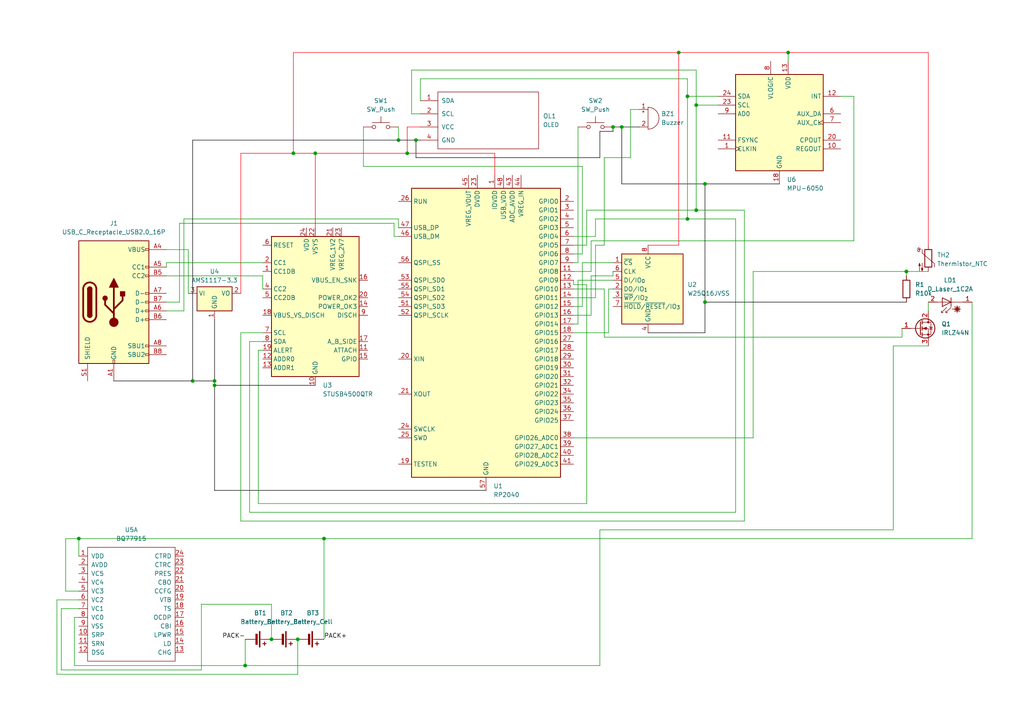
<source format=kicad_sch>
(kicad_sch (version 20250114) (generator "eeschema") (generator_version "9.0")
  (paper "A4")
  (lib_symbols
    (symbol "Connector:USB_C_Receptacle_USB2.0_16P" (pin_names (offset 1.016))
      (property "Reference" "J" (at 0 22.225 0))
      (property "Value" "USB_C_Receptacle_USB2.0_16P" (at 0 19.685 0))
      (symbol "USB_C_Receptacle_USB2.0_16P_1_1"
        (pin passive line (at -7.62 -22.86 90) (length 5.08) (name "SHIELD") (number "S1"))
        (pin passive line (at 0 -22.86 90) (length 5.08) (name "GND") (number "A1"))
        (pin passive line (at 0 -22.86 90) (length 5.08) (hide yes) (name "GND") (number "A12"))
        (pin passive line (at 0 -22.86 90) (length 5.08) (hide yes) (name "GND") (number "B1"))
        (pin passive line (at 0 -22.86 90) (length 5.08) (hide yes) (name "GND") (number "B12"))
        (pin passive line (at 15.24 15.24 180) (length 5.08) (name "VBUS") (number "A4"))
        (pin passive line (at 15.24 15.24 180) (length 5.08) (hide yes) (name "VBUS") (number "A9"))
        (pin passive line (at 15.24 15.24 180) (length 5.08) (hide yes) (name "VBUS") (number "B4"))
        (pin passive line (at 15.24 15.24 180) (length 5.08) (hide yes) (name "VBUS") (number "B9"))
        (pin bidirectional line (at 15.24 10.16 180) (length 5.08) (name "CC1") (number "A5"))
        (pin bidirectional line (at 15.24 7.62 180) (length 5.08) (name "CC2") (number "B5"))
        (pin bidirectional line (at 15.24 2.54 180) (length 5.08) (name "D-") (number "A7"))
        (pin bidirectional line (at 15.24 0 180) (length 5.08) (name "D-") (number "B7"))
        (pin bidirectional line (at 15.24 -2.54 180) (length 5.08) (name "D+") (number "A6"))
        (pin bidirectional line (at 15.24 -5.08 180) (length 5.08) (name "D+") (number "B6"))
        (pin bidirectional line (at 15.24 -12.7 180) (length 5.08) (name "SBU1") (number "A8"))
        (pin bidirectional line (at 15.24 -15.24 180) (length 5.08) (name "SBU2") (number "B8"))
      )
    )
    (symbol "Device:Battery_Cell" (pin_numbers (hide yes)) (pin_names (offset 0) (hide yes))
      (property "Reference" "BT" (at 2.54 2.54 0))
      (property "Value" "Battery_Cell" (at 2.54 0 0))
      (symbol "Battery_Cell_1_1"
        (pin passive line (at 0 5.08 270) (length 2.54) (name "+") (number "1"))
        (pin passive line (at 0 -2.54 90) (length 2.54) (name "-") (number "2"))
      )
    )
    (symbol "Device:Buzzer" (pin_names (offset 0.0254) (hide yes))
      (property "Reference" "BZ" (at 3.81 1.27 0))
      (property "Value" "Buzzer" (at 3.81 -1.27 0))
      (symbol "Buzzer_1_1"
        (pin passive line (at -2.54 2.54 0) (length 2.54) (name "+") (number "1"))
        (pin passive line (at -2.54 -2.54 0) (length 2.54) (name "-") (number "2"))
      )
    )
    (symbol "Device:D_Laser_1C2A" (pin_names (offset 1.016) (hide yes))
      (property "Reference" "LD" (at -1.27 4.445 0))
      (property "Value" "D_Laser_1C2A" (at -1.27 -2.54 0))
      (symbol "D_Laser_1C2A_1_1"
        (pin passive line (at -7.62 0 0) (length 2.54) (name "K") (number "1"))
        (pin passive line (at 5.08 0 180) (length 2.54) (name "A") (number "2"))
      )
    )
    (symbol "Device:R" (pin_numbers (hide yes)) (pin_names (offset 0))
      (property "Reference" "R" (at 2.032 0 90))
      (property "Value" "R" (at 0 0 90))
      (symbol "R_1_1"
        (pin passive line (at 0 3.81 270) (length 1.27) (name "~") (number "1"))
        (pin passive line (at 0 -3.81 90) (length 1.27) (name "~") (number "2"))
      )
    )
    (symbol "Device:Thermistor_NTC" (pin_numbers (hide yes)) (pin_names (offset 0))
      (property "Reference" "TH" (at -4.445 0 90))
      (property "Value" "Thermistor_NTC" (at 3.175 0 90))
      (symbol "Thermistor_NTC_1_1"
        (pin passive line (at 0 3.81 270) (length 1.27) (name "~") (number "1"))
        (pin passive line (at 0 -3.81 90) (length 1.27) (name "~") (number "2"))
      )
    )
    (symbol "Interface_USB:STUSB4500QTR"
      (property "Reference" "U" (at -12.7 21.59 0))
      (property "Value" "STUSB4500QTR" (at 8.89 -21.59 0))
      (symbol "STUSB4500QTR_1_1"
        (pin input line (at -15.24 17.78 0) (length 2.54) (name "RESET") (number "6"))
        (pin bidirectional line (at -15.24 12.7 0) (length 2.54) (name "CC1") (number "2"))
        (pin bidirectional line (at -15.24 10.16 0) (length 2.54) (name "CC1DB") (number "1"))
        (pin bidirectional line (at -15.24 5.08 0) (length 2.54) (name "CC2") (number "4"))
        (pin bidirectional line (at -15.24 2.54 0) (length 2.54) (name "CC2DB") (number "5"))
        (pin input line (at -15.24 -2.54 0) (length 2.54) (name "VBUS_VS_DISCH") (number "18"))
        (pin input line (at -15.24 -7.62 0) (length 2.54) (name "SCL") (number "7"))
        (pin bidirectional line (at -15.24 -10.16 0) (length 2.54) (name "SDA") (number "8"))
        (pin open_collector line (at -15.24 -12.7 0) (length 2.54) (name "ALERT") (number "19"))
        (pin input line (at -15.24 -15.24 0) (length 2.54) (name "ADDR0") (number "12"))
        (pin input line (at -15.24 -17.78 0) (length 2.54) (name "ADDR1") (number "13"))
        (pin no_connect line (at -12.7 15.24 0) (length 2.54) (hide yes) (name "NC") (number "3"))
        (pin power_in line (at -2.54 22.86 270) (length 2.54) (name "VDD") (number "24"))
        (pin power_in line (at 0 22.86 270) (length 2.54) (name "VSYS") (number "22"))
        (pin power_in line (at 0 -22.86 90) (length 2.54) (name "GND") (number "10"))
        (pin passive line (at 0 -22.86 90) (length 2.54) (hide yes) (name "GND") (number "25"))
        (pin power_out line (at 5.08 22.86 270) (length 2.54) (name "VREG_1V2") (number "21"))
        (pin power_out line (at 7.62 22.86 270) (length 2.54) (name "VREG_2V7") (number "23"))
        (pin open_collector line (at 15.24 7.62 180) (length 2.54) (name "VBUS_EN_SNK") (number "16"))
        (pin open_collector line (at 15.24 2.54 180) (length 2.54) (name "POWER_OK2") (number "20"))
        (pin open_collector line (at 15.24 0 180) (length 2.54) (name "POWER_OK3") (number "14"))
        (pin bidirectional line (at 15.24 -2.54 180) (length 2.54) (name "DISCH") (number "9"))
        (pin open_collector line (at 15.24 -10.16 180) (length 2.54) (name "A_B_SIDE") (number "17"))
        (pin open_collector line (at 15.24 -12.7 180) (length 2.54) (name "ATTACH") (number "11"))
        (pin open_collector line (at 15.24 -15.24 180) (length 2.54) (name "GPIO") (number "15"))
      )
    )
    (symbol "MCU_RaspberryPi:RP2040"
      (property "Reference" "U" (at 17.78 45.72 0))
      (property "Value" "RP2040" (at 17.78 43.18 0))
      (symbol "RP2040_1_1"
        (pin input line (at -25.4 38.1 0) (length 3.81) (name "RUN") (number "26"))
        (pin bidirectional line (at -25.4 30.48 0) (length 3.81) (name "USB_DP") (number "47"))
        (pin bidirectional line (at -25.4 27.94 0) (length 3.81) (name "USB_DM") (number "46"))
        (pin bidirectional line (at -25.4 20.32 0) (length 3.81) (name "QSPI_SS") (number "56"))
        (pin bidirectional line (at -25.4 15.24 0) (length 3.81) (name "QSPI_SD0") (number "53"))
        (pin bidirectional line (at -25.4 12.7 0) (length 3.81) (name "QSPI_SD1") (number "55"))
        (pin bidirectional line (at -25.4 10.16 0) (length 3.81) (name "QSPI_SD2") (number "54"))
        (pin bidirectional line (at -25.4 7.62 0) (length 3.81) (name "QSPI_SD3") (number "51"))
        (pin output line (at -25.4 5.08 0) (length 3.81) (name "QSPI_SCLK") (number "52"))
        (pin input line (at -25.4 -7.62 0) (length 3.81) (name "XIN") (number "20"))
        (pin passive line (at -25.4 -17.78 0) (length 3.81) (name "XOUT") (number "21"))
        (pin input line (at -25.4 -27.94 0) (length 3.81) (name "SWCLK") (number "24"))
        (pin bidirectional line (at -25.4 -30.48 0) (length 3.81) (name "SWD") (number "25"))
        (pin input line (at -25.4 -38.1 0) (length 3.81) (name "TESTEN") (number "19"))
        (pin power_out line (at -5.08 45.72 270) (length 3.81) (name "VREG_VOUT") (number "45"))
        (pin power_in line (at -2.54 45.72 270) (length 3.81) (name "DVDD") (number "23"))
        (pin passive line (at -2.54 45.72 270) (length 3.81) (hide yes) (name "DVDD") (number "50"))
        (pin power_in line (at 0 -45.72 90) (length 3.81) (name "GND") (number "57"))
        (pin power_in line (at 2.54 45.72 270) (length 3.81) (name "IOVDD") (number "1"))
        (pin passive line (at 2.54 45.72 270) (length 3.81) (hide yes) (name "IOVDD") (number "10"))
        (pin passive line (at 2.54 45.72 270) (length 3.81) (hide yes) (name "IOVDD") (number "22"))
        (pin passive line (at 2.54 45.72 270) (length 3.81) (hide yes) (name "IOVDD") (number "33"))
        (pin passive line (at 2.54 45.72 270) (length 3.81) (hide yes) (name "IOVDD") (number "42"))
        (pin passive line (at 2.54 45.72 270) (length 3.81) (hide yes) (name "IOVDD") (number "49"))
        (pin power_in line (at 5.08 45.72 270) (length 3.81) (name "USB_VDD") (number "48"))
        (pin power_in line (at 7.62 45.72 270) (length 3.81) (name "ADC_AVDD") (number "43"))
        (pin power_in line (at 10.16 45.72 270) (length 3.81) (name "VREG_IN") (number "44"))
        (pin bidirectional line (at 25.4 38.1 180) (length 3.81) (name "GPIO0") (number "2"))
        (pin bidirectional line (at 25.4 35.56 180) (length 3.81) (name "GPIO1") (number "3"))
        (pin bidirectional line (at 25.4 33.02 180) (length 3.81) (name "GPIO2") (number "4"))
        (pin bidirectional line (at 25.4 30.48 180) (length 3.81) (name "GPIO3") (number "5"))
        (pin bidirectional line (at 25.4 27.94 180) (length 3.81) (name "GPIO4") (number "6"))
        (pin bidirectional line (at 25.4 25.4 180) (length 3.81) (name "GPIO5") (number "7"))
        (pin bidirectional line (at 25.4 22.86 180) (length 3.81) (name "GPIO6") (number "8"))
        (pin bidirectional line (at 25.4 20.32 180) (length 3.81) (name "GPIO7") (number "9"))
        (pin bidirectional line (at 25.4 17.78 180) (length 3.81) (name "GPIO8") (number "11"))
        (pin bidirectional line (at 25.4 15.24 180) (length 3.81) (name "GPIO9") (number "12"))
        (pin bidirectional line (at 25.4 12.7 180) (length 3.81) (name "GPIO10") (number "13"))
        (pin bidirectional line (at 25.4 10.16 180) (length 3.81) (name "GPIO11") (number "14"))
        (pin bidirectional line (at 25.4 7.62 180) (length 3.81) (name "GPIO12") (number "15"))
        (pin bidirectional line (at 25.4 5.08 180) (length 3.81) (name "GPIO13") (number "16"))
        (pin bidirectional line (at 25.4 2.54 180) (length 3.81) (name "GPIO14") (number "17"))
        (pin bidirectional line (at 25.4 0 180) (length 3.81) (name "GPIO15") (number "18"))
        (pin bidirectional line (at 25.4 -2.54 180) (length 3.81) (name "GPIO16") (number "27"))
        (pin bidirectional line (at 25.4 -5.08 180) (length 3.81) (name "GPIO17") (number "28"))
        (pin bidirectional line (at 25.4 -7.62 180) (length 3.81) (name "GPIO18") (number "29"))
        (pin bidirectional line (at 25.4 -10.16 180) (length 3.81) (name "GPIO19") (number "30"))
        (pin bidirectional line (at 25.4 -12.7 180) (length 3.81) (name "GPIO20") (number "31"))
        (pin bidirectional line (at 25.4 -15.24 180) (length 3.81) (name "GPIO21") (number "32"))
        (pin bidirectional line (at 25.4 -17.78 180) (length 3.81) (name "GPIO22") (number "34"))
        (pin bidirectional line (at 25.4 -20.32 180) (length 3.81) (name "GPIO23") (number "35"))
        (pin bidirectional line (at 25.4 -22.86 180) (length 3.81) (name "GPIO24") (number "36"))
        (pin bidirectional line (at 25.4 -25.4 180) (length 3.81) (name "GPIO25") (number "37"))
        (pin bidirectional line (at 25.4 -30.48 180) (length 3.81) (name "GPIO26_ADC0") (number "38"))
        (pin bidirectional line (at 25.4 -33.02 180) (length 3.81) (name "GPIO27_ADC1") (number "39"))
        (pin bidirectional line (at 25.4 -35.56 180) (length 3.81) (name "GPIO28_ADC2") (number "40"))
        (pin bidirectional line (at 25.4 -38.1 180) (length 3.81) (name "GPIO29_ADC3") (number "41"))
      )
    )
    (symbol "Memory_Flash:W25Q16JVSS"
      (property "Reference" "U" (at -6.35 11.43 0))
      (property "Value" "W25Q16JVSS" (at 7.62 11.43 0))
      (symbol "W25Q16JVSS_1_1"
        (pin input line (at -10.16 7.62 0) (length 2.54) (name "~{CS}") (number "1"))
        (pin input line (at -10.16 5.08 0) (length 2.54) (name "CLK") (number "6"))
        (pin bidirectional line (at -10.16 2.54 0) (length 2.54) (name "DI/IO_{0}") (number "5"))
        (pin bidirectional line (at -10.16 0 0) (length 2.54) (name "DO/IO_{1}") (number "2"))
        (pin bidirectional line (at -10.16 -2.54 0) (length 2.54) (name "~{WP}/IO_{2}") (number "3"))
        (pin bidirectional line (at -10.16 -5.08 0) (length 2.54) (name "~{HOLD}/~{RESET}/IO_{3}") (number "7"))
        (pin power_in line (at 0 12.7 270) (length 2.54) (name "VCC") (number "8"))
        (pin power_in line (at 0 -12.7 90) (length 2.54) (name "GND") (number "4"))
      )
    )
    (symbol "Regulator_Linear:AMS1117-3.3"
      (property "Reference" "U" (at -3.81 3.175 0))
      (property "Value" "AMS1117-3.3" (at 0 3.175 0))
      (symbol "AMS1117-3.3_1_1"
        (pin power_in line (at -7.62 0 0) (length 2.54) (name "VI") (number "3"))
        (pin power_in line (at 0 -7.62 90) (length 2.54) (name "GND") (number "1"))
        (pin power_out line (at 7.62 0 180) (length 2.54) (name "VO") (number "2"))
      )
    )
    (symbol "Sensor_Motion:MPU-6050"
      (property "Reference" "U" (at -11.43 13.97 0))
      (property "Value" "MPU-6050" (at 7.62 -15.24 0))
      (symbol "MPU-6050_0_0"
        (text "" (at 12.7 -2.54 0) (effects (font (size 1.27 1.27))))
      )
      (symbol "MPU-6050_1_1"
        (pin bidirectional line (at -17.78 7.62 0) (length 5.08) (name "SDA") (number "24"))
        (pin input line (at -17.78 5.08 0) (length 5.08) (name "SCL") (number "23"))
        (pin input line (at -17.78 2.54 0) (length 5.08) (name "AD0") (number "9"))
        (pin input line (at -17.78 -5.08 0) (length 5.08) (name "FSYNC") (number "11"))
        (pin input clock (at -17.78 -7.62 0) (length 5.08) (name "CLKIN") (number "1"))
        (pin no_connect line (at -12.7 12.7 0) (length 2.54) (hide yes) (name "NC") (number "2"))
        (pin no_connect line (at -12.7 10.16 0) (length 2.54) (hide yes) (name "NC") (number "3"))
        (pin no_connect line (at -12.7 0 0) (length 2.54) (hide yes) (name "NC") (number "4"))
        (pin no_connect line (at -12.7 -2.54 0) (length 2.54) (hide yes) (name "NC") (number "5"))
        (pin no_connect line (at -12.7 -10.16 0) (length 2.54) (hide yes) (name "NC") (number "14"))
        (pin power_in line (at -2.54 17.78 270) (length 3.81) (name "VLOGIC") (number "8"))
        (pin power_in line (at 0 -17.78 90) (length 3.81) (name "GND") (number "18"))
        (pin power_in line (at 2.54 17.78 270) (length 3.81) (name "VDD") (number "13"))
        (pin no_connect line (at 12.7 12.7 180) (length 2.54) (hide yes) (name "NC") (number "15"))
        (pin no_connect line (at 12.7 10.16 180) (length 2.54) (hide yes) (name "NC") (number "16"))
        (pin no_connect line (at 12.7 5.08 180) (length 2.54) (hide yes) (name "NC") (number "17"))
        (pin no_connect line (at 12.7 -2.54 180) (length 2.54) (hide yes) (name "RESV") (number "21"))
        (pin no_connect line (at 12.7 -10.16 180) (length 2.54) (hide yes) (name "RESV") (number "19"))
        (pin no_connect line (at 12.7 -12.7 180) (length 2.54) (hide yes) (name "RESV") (number "22"))
        (pin output line (at 17.78 7.62 180) (length 5.08) (name "INT") (number "12"))
        (pin bidirectional line (at 17.78 2.54 180) (length 5.08) (name "AUX_DA") (number "6"))
        (pin output clock (at 17.78 0 180) (length 5.08) (name "AUX_CL") (number "7"))
        (pin passive line (at 17.78 -5.08 180) (length 5.08) (name "CPOUT") (number "20"))
        (pin passive line (at 17.78 -7.62 180) (length 5.08) (name "REGOUT") (number "10"))
      )
    )
    (symbol "Switch:SW_Push" (pin_numbers (hide yes)) (pin_names (offset 1.016) (hide yes))
      (property "Reference" "SW" (at 1.27 2.54 0))
      (property "Value" "SW_Push" (at 0 -1.524 0))
      (symbol "SW_Push_0_1"
        (pin passive line (at -5.08 0 0) (length 2.54) (name "1") (number "1"))
        (pin passive line (at 5.08 0 180) (length 2.54) (name "2") (number "2"))
      )
    )
    (symbol "Transistor_FET:IRLZ44N" (pin_names (hide yes))
      (property "Reference" "Q" (at 5.08 1.905 0))
      (property "Value" "IRLZ44N" (at 5.08 0 0))
      (symbol "IRLZ44N_1_1"
        (pin input line (at -5.08 0 0) (length 2.54) (name "G") (number "1"))
        (pin passive line (at 2.54 5.08 270) (length 2.54) (name "D") (number "2"))
        (pin passive line (at 2.54 -5.08 90) (length 2.54) (name "S") (number "3"))
      )
    )
    (symbol "bq77915:BQ77915" (pin_names (offset 1.016))
      (property "Reference" "U" (at 0 2.54 0))
      (property "Value" "BQ77915" (at 0 0 0))
      (symbol "BQ77915_0_0"
        (pin power_in line (at -15.24 13.97 0) (length 2.54) (name "VDD") (number "1"))
        (pin output line (at -15.24 11.43 0) (length 2.54) (name "AVDD") (number "2"))
        (pin input line (at -15.24 8.89 0) (length 2.54) (name "VC5") (number "3"))
        (pin input line (at -15.24 6.35 0) (length 2.54) (name "VC4") (number "4"))
        (pin input line (at -15.24 3.81 0) (length 2.54) (name "VC3") (number "5"))
        (pin input line (at -15.24 1.27 0) (length 2.54) (name "VC2") (number "6"))
        (pin input line (at -15.24 -1.27 0) (length 2.54) (name "VC1") (number "7"))
        (pin input line (at -15.24 -3.81 0) (length 2.54) (name "VC0") (number "8"))
        (pin power_in line (at -15.24 -6.35 0) (length 2.54) (name "VSS") (number "9"))
        (pin input line (at -15.24 -8.89 0) (length 2.54) (name "SRP") (number "10"))
        (pin input line (at -15.24 -11.43 0) (length 2.54) (name "SRN") (number "11"))
        (pin output line (at -15.24 -13.97 0) (length 2.54) (name "DSG") (number "12"))
        (pin output line (at 15.24 -13.97 180) (length 2.54) (name "CHG") (number "13"))
      )
      (symbol "BQ77915_1_1"
        (pin input line (at 15.24 13.97 180) (length 2.54) (name "CTRD") (number "24"))
        (pin input line (at 15.24 11.43 180) (length 2.54) (name "CTRC") (number "23"))
        (pin input line (at 15.24 8.89 180) (length 2.54) (name "PRES") (number "22"))
        (pin output line (at 15.24 6.35 180) (length 2.54) (name "CBO") (number "21"))
        (pin input line (at 15.24 3.81 180) (length 2.54) (name "CCFG") (number "20"))
        (pin output line (at 15.24 1.27 180) (length 2.54) (name "VTB") (number "19"))
        (pin input line (at 15.24 -1.27 180) (length 2.54) (name "TS") (number "18"))
        (pin input line (at 15.24 -3.81 180) (length 2.54) (name "OCDP") (number "17"))
        (pin input line (at 15.24 -6.35 180) (length 2.54) (name "CBI") (number "16"))
        (pin output line (at 15.24 -8.89 180) (length 2.54) (name "LPWR") (number "15"))
        (pin input line (at 15.24 -11.43 180) (length 2.54) (name "LD") (number "14"))
      )
      (symbol "BQ77915_2_1"
        (pin input line (at 15.24 13.97 180) (length 2.54) (name "CTRD") (number "24-UB"))
        (pin input line (at 15.24 11.43 180) (length 2.54) (name "CTRC") (number "23-UB"))
        (pin input line (at 15.24 8.89 180) (length 2.54) (name "PRES") (number "PRES-UB"))
        (pin output line (at 15.24 6.35 180) (length 2.54) (name "CBO") (number "21-UB"))
        (pin input line (at 15.24 3.81 180) (length 2.54) (name "CCFG") (number "20-UB"))
        (pin output line (at 15.24 1.27 180) (length 2.54) (name "VTB") (number "19-UB"))
        (pin input line (at 15.24 -1.27 180) (length 2.54) (name "TS") (number "18-UB"))
        (pin input line (at 15.24 -3.81 180) (length 2.54) (name "OCDP") (number "17-UB"))
        (pin input line (at 15.24 -6.35 180) (length 2.54) (name "CBI") (number "16-UB"))
        (pin output line (at 15.24 -8.89 180) (length 2.54) (name "LPWR") (number "14-UB"))
        (pin input line (at 15.24 -11.43 0) (length 2.54) (name "LD") (number "14-UB"))
      )
      (symbol "BQ77915_3_1"
        (pin input line (at 15.24 13.97 180) (length 2.54) (name "CTRD") (number "24-UC"))
        (pin input line (at 15.24 11.43 180) (length 2.54) (name "CTRC") (number "23-UC"))
        (pin input line (at 15.24 8.89 180) (length 2.54) (name "PRES") (number "PRES-UC"))
        (pin output line (at 15.24 6.35 180) (length 2.54) (name "CBO") (number "21-UC"))
        (pin input line (at 15.24 3.81 180) (length 2.54) (name "CCFG") (number "20-UC"))
        (pin output line (at 15.24 1.27 180) (length 2.54) (name "VTB") (number "19-UC"))
        (pin input line (at 15.24 -1.27 180) (length 2.54) (name "TS") (number "18-UC"))
        (pin input line (at 15.24 -3.81 180) (length 2.54) (name "OCDP") (number "17-UC"))
        (pin input line (at 15.24 -6.35 180) (length 2.54) (name "CBI") (number "16-UC"))
        (pin output line (at 15.24 -8.89 180) (length 2.54) (name "LPWR") (number "14-UC"))
        (pin input line (at 15.24 -11.43 0) (length 2.54) (name "LD") (number "14-UC"))
      )
      (symbol "BQ77915_4_1"
        (pin input line (at 15.24 13.97 180) (length 2.54) (name "CTRD") (number "24-UD"))
        (pin input line (at 15.24 11.43 180) (length 2.54) (name "CTRC") (number "23-UD"))
        (pin input line (at 15.24 8.89 180) (length 2.54) (name "PRES") (number "PRES-UD"))
        (pin output line (at 15.24 6.35 180) (length 2.54) (name "CBO") (number "21-UD"))
        (pin input line (at 15.24 3.81 180) (length 2.54) (name "CCFG") (number "20-UD"))
        (pin output line (at 15.24 1.27 180) (length 2.54) (name "VTB") (number "19-UD"))
        (pin input line (at 15.24 -1.27 180) (length 2.54) (name "TS") (number "18-UD"))
        (pin input line (at 15.24 -3.81 180) (length 2.54) (name "OCDP") (number "17-UD"))
        (pin input line (at 15.24 -6.35 180) (length 2.54) (name "CBI") (number "16-UD"))
        (pin output line (at 15.24 -8.89 180) (length 2.54) (name "LPWR") (number "14-UD"))
        (pin input line (at 15.24 -11.43 0) (length 2.54) (name "LD") (number "14-UD"))
      )
      (symbol "BQ77915_5_1"
        (pin input line (at 15.24 13.97 180) (length 2.54) (name "CTRD") (number "24-UE"))
        (pin input line (at 15.24 11.43 180) (length 2.54) (name "CTRC") (number "23-UE"))
        (pin input line (at 15.24 8.89 180) (length 2.54) (name "PRES") (number "PRES-UE"))
        (pin output line (at 15.24 6.35 180) (length 2.54) (name "CBO") (number "21-UE"))
        (pin input line (at 15.24 3.81 180) (length 2.54) (name "CCFG") (number "20-UE"))
        (pin output line (at 15.24 1.27 180) (length 2.54) (name "VTB") (number "19-UE"))
        (pin input line (at 15.24 -1.27 180) (length 2.54) (name "TS") (number "18-UE"))
        (pin input line (at 15.24 -3.81 180) (length 2.54) (name "OCDP") (number "17-UE"))
        (pin input line (at 15.24 -6.35 180) (length 2.54) (name "CBI") (number "16-UE"))
        (pin output line (at 15.24 -8.89 180) (length 2.54) (name "LPWR") (number "14-UE"))
        (pin input line (at 15.24 -11.43 0) (length 2.54) (name "LD") (number "14-UE"))
      )
      (symbol "BQ77915_6_1"
        (pin input line (at 15.24 13.97 180) (length 2.54) (name "CTRD") (number "24-UF"))
        (pin input line (at 15.24 11.43 180) (length 2.54) (name "CTRC") (number "23-UF"))
        (pin input line (at 15.24 8.89 180) (length 2.54) (name "PRES") (number "PRES-UF"))
        (pin output line (at 15.24 6.35 180) (length 2.54) (name "CBO") (number "21-UF"))
        (pin input line (at 15.24 3.81 180) (length 2.54) (name "CCFG") (number "20-UF"))
        (pin output line (at 15.24 1.27 180) (length 2.54) (name "VTB") (number "19-UF"))
        (pin input line (at 15.24 -1.27 180) (length 2.54) (name "TS") (number "18-UF"))
        (pin input line (at 15.24 -3.81 180) (length 2.54) (name "OCDP") (number "17-UF"))
        (pin input line (at 15.24 -6.35 180) (length 2.54) (name "CBI") (number "16-UF"))
        (pin output line (at 15.24 -8.89 180) (length 2.54) (name "LPWR") (number "14-UF"))
        (pin input line (at 15.24 -11.43 0) (length 2.54) (name "LD") (number "14-UF"))
      )
      (symbol "BQ77915_7_1"
        (pin input line (at 15.24 13.97 180) (length 2.54) (name "CTRD") (number "24-UG"))
        (pin input line (at 15.24 11.43 180) (length 2.54) (name "CTRC") (number "23-UG"))
        (pin input line (at 15.24 8.89 180) (length 2.54) (name "PRES") (number "PRES-UG"))
        (pin output line (at 15.24 6.35 180) (length 2.54) (name "CBO") (number "21-UG"))
        (pin input line (at 15.24 3.81 180) (length 2.54) (name "CCFG") (number "20-UG"))
        (pin output line (at 15.24 1.27 180) (length 2.54) (name "VTB") (number "19-UG"))
        (pin input line (at 15.24 -1.27 180) (length 2.54) (name "TS") (number "18-UG"))
        (pin input line (at 15.24 -3.81 180) (length 2.54) (name "OCDP") (number "17-UG"))
        (pin input line (at 15.24 -6.35 180) (length 2.54) (name "CBI") (number "16-UG"))
        (pin output line (at 15.24 -8.89 180) (length 2.54) (name "LPWR") (number "14-UG"))
        (pin input line (at 15.24 -11.43 0) (length 2.54) (name "LD") (number "14-UG"))
      )
      (symbol "BQ77915_8_1"
        (pin input line (at 15.24 13.97 180) (length 2.54) (name "CTRD") (number "24-UH"))
        (pin input line (at 15.24 11.43 180) (length 2.54) (name "CTRC") (number "23-UH"))
        (pin input line (at 15.24 8.89 180) (length 2.54) (name "PRES") (number "PRES-UH"))
        (pin output line (at 15.24 6.35 180) (length 2.54) (name "CBO") (number "21-UH"))
        (pin input line (at 15.24 3.81 180) (length 2.54) (name "CCFG") (number "20-UH"))
        (pin output line (at 15.24 1.27 180) (length 2.54) (name "VTB") (number "19-UH"))
        (pin input line (at 15.24 -1.27 180) (length 2.54) (name "TS") (number "18-UH"))
        (pin input line (at 15.24 -3.81 180) (length 2.54) (name "OCDP") (number "17-UH"))
        (pin input line (at 15.24 -6.35 180) (length 2.54) (name "CBI") (number "16-UH"))
        (pin output line (at 15.24 -8.89 180) (length 2.54) (name "LPWR") (number "14-UH"))
        (pin input line (at 15.24 -11.43 0) (length 2.54) (name "LD") (number "14-UH"))
      )
      (symbol "BQ77915_9_1"
        (pin input line (at 15.24 13.97 180) (length 2.54) (name "CTRD") (number "24-UI"))
        (pin input line (at 15.24 11.43 180) (length 2.54) (name "CTRC") (number "23-UI"))
        (pin input line (at 15.24 8.89 180) (length 2.54) (name "PRES") (number "PRES-UI"))
        (pin output line (at 15.24 6.35 180) (length 2.54) (name "CBO") (number "21-UI"))
        (pin input line (at 15.24 3.81 180) (length 2.54) (name "CCFG") (number "20-UI"))
        (pin output line (at 15.24 1.27 180) (length 2.54) (name "VTB") (number "19-UI"))
        (pin input line (at 15.24 -1.27 180) (length 2.54) (name "TS") (number "18-UI"))
        (pin input line (at 15.24 -3.81 180) (length 2.54) (name "OCDP") (number "17-UI"))
        (pin input line (at 15.24 -6.35 180) (length 2.54) (name "CBI") (number "16-UI"))
        (pin output line (at 15.24 -8.89 180) (length 2.54) (name "LPWR") (number "14-UI"))
        (pin input line (at 15.24 -11.43 0) (length 2.54) (name "LD") (number "14-UI"))
      )
      (symbol "BQ77915_10_1"
        (pin input line (at 15.24 13.97 180) (length 2.54) (name "CTRD") (number "24-UJ"))
        (pin input line (at 15.24 11.43 180) (length 2.54) (name "CTRC") (number "23-UJ"))
        (pin input line (at 15.24 8.89 180) (length 2.54) (name "PRES") (number "PRES-UJ"))
        (pin output line (at 15.24 6.35 180) (length 2.54) (name "CBO") (number "21-UJ"))
        (pin input line (at 15.24 3.81 180) (length 2.54) (name "CCFG") (number "20-UJ"))
        (pin output line (at 15.24 1.27 180) (length 2.54) (name "VTB") (number "19-UJ"))
        (pin input line (at 15.24 -1.27 180) (length 2.54) (name "TS") (number "18-UJ"))
        (pin input line (at 15.24 -3.81 180) (length 2.54) (name "OCDP") (number "17-UJ"))
        (pin input line (at 15.24 -6.35 180) (length 2.54) (name "CBI") (number "16-UJ"))
        (pin output line (at 15.24 -8.89 180) (length 2.54) (name "LPWR") (number "14-UJ"))
        (pin input line (at 15.24 -11.43 0) (length 2.54) (name "LD") (number "14-UJ"))
      )
      (symbol "BQ77915_11_1"
        (pin input line (at 15.24 13.97 180) (length 2.54) (name "CTRD") (number "24-UK"))
        (pin input line (at 15.24 11.43 180) (length 2.54) (name "CTRC") (number "23-UK"))
        (pin input line (at 15.24 8.89 180) (length 2.54) (name "PRES") (number "PRES-UK"))
        (pin output line (at 15.24 6.35 180) (length 2.54) (name "CBO") (number "21-UK"))
        (pin input line (at 15.24 3.81 180) (length 2.54) (name "CCFG") (number "20-UK"))
        (pin output line (at 15.24 1.27 180) (length 2.54) (name "VTB") (number "19-UK"))
        (pin input line (at 15.24 -1.27 180) (length 2.54) (name "TS") (number "18-UK"))
        (pin input line (at 15.24 -3.81 180) (length 2.54) (name "OCDP") (number "17-UK"))
        (pin input line (at 15.24 -6.35 180) (length 2.54) (name "CBI") (number "16-UK"))
        (pin output line (at 15.24 -8.89 180) (length 2.54) (name "LPWR") (number "14-UK"))
        (pin input line (at 15.24 -11.43 0) (length 2.54) (name "LD") (number "14-UK"))
      )
      (symbol "BQ77915_12_1"
        (pin input line (at 15.24 13.97 180) (length 2.54) (name "CTRD") (number "24-UL"))
        (pin input line (at 15.24 11.43 180) (length 2.54) (name "CTRC") (number "23-UL"))
        (pin input line (at 15.24 8.89 180) (length 2.54) (name "PRES") (number "PRES-UL"))
        (pin output line (at 15.24 6.35 180) (length 2.54) (name "CBO") (number "21-UL"))
        (pin input line (at 15.24 3.81 180) (length 2.54) (name "CCFG") (number "20-UL"))
        (pin output line (at 15.24 1.27 180) (length 2.54) (name "VTB") (number "19-UL"))
        (pin input line (at 15.24 -1.27 180) (length 2.54) (name "TS") (number "18-UL"))
        (pin input line (at 15.24 -3.81 180) (length 2.54) (name "OCDP") (number "17-UL"))
        (pin input line (at 15.24 -6.35 180) (length 2.54) (name "CBI") (number "16-UL"))
        (pin output line (at 15.24 -8.89 180) (length 2.54) (name "LPWR") (number "14-UL"))
        (pin input line (at 15.24 -11.43 0) (length 2.54) (name "LD") (number "14-UL"))
      )
      (symbol "BQ77915_13_1"
        (pin input line (at 15.24 13.97 180) (length 2.54) (name "CTRD") (number "24-UM"))
        (pin input line (at 15.24 11.43 180) (length 2.54) (name "CTRC") (number "23-UM"))
        (pin input line (at 15.24 8.89 180) (length 2.54) (name "PRES") (number "PRES-UM"))
        (pin output line (at 15.24 6.35 180) (length 2.54) (name "CBO") (number "21-UM"))
        (pin input line (at 15.24 3.81 180) (length 2.54) (name "CCFG") (number "20-UM"))
        (pin output line (at 15.24 1.27 180) (length 2.54) (name "VTB") (number "19-UM"))
        (pin input line (at 15.24 -1.27 180) (length 2.54) (name "TS") (number "18-UM"))
        (pin input line (at 15.24 -3.81 180) (length 2.54) (name "OCDP") (number "17-UM"))
        (pin input line (at 15.24 -6.35 180) (length 2.54) (name "CBI") (number "16-UM"))
        (pin output line (at 15.24 -8.89 180) (length 2.54) (name "LPWR") (number "14-UM"))
        (pin input line (at 15.24 -11.43 0) (length 2.54) (name "LD") (number "14-UM"))
      )
      (symbol "BQ77915_14_1"
        (pin input line (at 15.24 13.97 180) (length 2.54) (name "CTRD") (number "24-UN"))
        (pin input line (at 15.24 11.43 180) (length 2.54) (name "CTRC") (number "23-UN"))
        (pin input line (at 15.24 8.89 180) (length 2.54) (name "PRES") (number "PRES-UN"))
        (pin output line (at 15.24 6.35 180) (length 2.54) (name "CBO") (number "21-UN"))
        (pin input line (at 15.24 3.81 180) (length 2.54) (name "CCFG") (number "20-UN"))
        (pin output line (at 15.24 1.27 180) (length 2.54) (name "VTB") (number "19-UN"))
        (pin input line (at 15.24 -1.27 180) (length 2.54) (name "TS") (number "18-UN"))
        (pin input line (at 15.24 -3.81 180) (length 2.54) (name "OCDP") (number "17-UN"))
        (pin input line (at 15.24 -6.35 180) (length 2.54) (name "CBI") (number "16-UN"))
        (pin output line (at 15.24 -8.89 180) (length 2.54) (name "LPWR") (number "14-UN"))
        (pin input line (at 15.24 -11.43 0) (length 2.54) (name "LD") (number "14-UN"))
      )
      (symbol "BQ77915_15_1"
        (pin input line (at 15.24 13.97 180) (length 2.54) (name "CTRD") (number "24-UO"))
        (pin input line (at 15.24 11.43 180) (length 2.54) (name "CTRC") (number "23-UO"))
        (pin input line (at 15.24 8.89 180) (length 2.54) (name "PRES") (number "PRES-UO"))
        (pin output line (at 15.24 6.35 180) (length 2.54) (name "CBO") (number "21-UO"))
        (pin input line (at 15.24 3.81 180) (length 2.54) (name "CCFG") (number "20-UO"))
        (pin output line (at 15.24 1.27 180) (length 2.54) (name "VTB") (number "19-UO"))
        (pin input line (at 15.24 -1.27 180) (length 2.54) (name "TS") (number "18-UO"))
        (pin input line (at 15.24 -3.81 180) (length 2.54) (name "OCDP") (number "17-UO"))
        (pin input line (at 15.24 -6.35 180) (length 2.54) (name "CBI") (number "16-UO"))
        (pin output line (at 15.24 -8.89 180) (length 2.54) (name "LPWR") (number "14-UO"))
        (pin input line (at 15.24 -11.43 0) (length 2.54) (name "LD") (number "14-UO"))
      )
      (symbol "BQ77915_16_1"
        (pin input line (at 15.24 13.97 180) (length 2.54) (name "CTRD") (number "24-UP"))
        (pin input line (at 15.24 11.43 180) (length 2.54) (name "CTRC") (number "23-UP"))
        (pin input line (at 15.24 8.89 180) (length 2.54) (name "PRES") (number "PRES-UP"))
        (pin output line (at 15.24 6.35 180) (length 2.54) (name "CBO") (number "21-UP"))
        (pin input line (at 15.24 3.81 180) (length 2.54) (name "CCFG") (number "20-UP"))
        (pin output line (at 15.24 1.27 180) (length 2.54) (name "VTB") (number "19-UP"))
        (pin input line (at 15.24 -1.27 180) (length 2.54) (name "TS") (number "18-UP"))
        (pin input line (at 15.24 -3.81 180) (length 2.54) (name "OCDP") (number "17-UP"))
        (pin input line (at 15.24 -6.35 180) (length 2.54) (name "CBI") (number "16-UP"))
        (pin output line (at 15.24 -8.89 180) (length 2.54) (name "LPWR") (number "14-UP"))
        (pin input line (at 15.24 -11.43 0) (length 2.54) (name "LD") (number "14-UP"))
      )
      (symbol "BQ77915_17_1"
        (pin input line (at 15.24 13.97 180) (length 2.54) (name "CTRD") (number "24-UQ"))
        (pin input line (at 15.24 11.43 180) (length 2.54) (name "CTRC") (number "23-UQ"))
        (pin input line (at 15.24 8.89 180) (length 2.54) (name "PRES") (number "PRES-UQ"))
        (pin output line (at 15.24 6.35 180) (length 2.54) (name "CBO") (number "21-UQ"))
        (pin input line (at 15.24 3.81 180) (length 2.54) (name "CCFG") (number "20-UQ"))
        (pin output line (at 15.24 1.27 180) (length 2.54) (name "VTB") (number "19-UQ"))
        (pin input line (at 15.24 -1.27 180) (length 2.54) (name "TS") (number "18-UQ"))
        (pin input line (at 15.24 -3.81 180) (length 2.54) (name "OCDP") (number "17-UQ"))
        (pin input line (at 15.24 -6.35 180) (length 2.54) (name "CBI") (number "16-UQ"))
        (pin output line (at 15.24 -8.89 180) (length 2.54) (name "LPWR") (number "14-UQ"))
        (pin input line (at 15.24 -11.43 0) (length 2.54) (name "LD") (number "14-UQ"))
      )
      (symbol "BQ77915_18_1"
        (pin input line (at 15.24 13.97 180) (length 2.54) (name "CTRD") (number "24-UR"))
        (pin input line (at 15.24 11.43 180) (length 2.54) (name "CTRC") (number "23-UR"))
        (pin input line (at 15.24 8.89 180) (length 2.54) (name "PRES") (number "PRES-UR"))
        (pin output line (at 15.24 6.35 180) (length 2.54) (name "CBO") (number "21-UR"))
        (pin input line (at 15.24 3.81 180) (length 2.54) (name "CCFG") (number "20-UR"))
        (pin output line (at 15.24 1.27 180) (length 2.54) (name "VTB") (number "19-UR"))
        (pin input line (at 15.24 -1.27 180) (length 2.54) (name "TS") (number "18-UR"))
        (pin input line (at 15.24 -3.81 180) (length 2.54) (name "OCDP") (number "17-UR"))
        (pin input line (at 15.24 -6.35 180) (length 2.54) (name "CBI") (number "16-UR"))
        (pin output line (at 15.24 -8.89 180) (length 2.54) (name "LPWR") (number "14-UR"))
        (pin input line (at 15.24 -11.43 0) (length 2.54) (name "LD") (number "14-UR"))
      )
      (symbol "BQ77915_19_1"
        (pin input line (at 15.24 13.97 180) (length 2.54) (name "CTRD") (number "24-US"))
        (pin input line (at 15.24 11.43 180) (length 2.54) (name "CTRC") (number "23-US"))
        (pin input line (at 15.24 8.89 180) (length 2.54) (name "PRES") (number "PRES-US"))
        (pin output line (at 15.24 6.35 180) (length 2.54) (name "CBO") (number "21-US"))
        (pin input line (at 15.24 3.81 180) (length 2.54) (name "CCFG") (number "20-US"))
        (pin output line (at 15.24 1.27 180) (length 2.54) (name "VTB") (number "19-US"))
        (pin input line (at 15.24 -1.27 180) (length 2.54) (name "TS") (number "18-US"))
        (pin input line (at 15.24 -3.81 180) (length 2.54) (name "OCDP") (number "17-US"))
        (pin input line (at 15.24 -6.35 180) (length 2.54) (name "CBI") (number "16-US"))
        (pin output line (at 15.24 -8.89 180) (length 2.54) (name "LPWR") (number "14-US"))
        (pin input line (at 15.24 -11.43 0) (length 2.54) (name "LD") (number "14-US"))
      )
      (symbol "BQ77915_20_1"
        (pin input line (at 15.24 13.97 180) (length 2.54) (name "CTRD") (number "24-UT"))
        (pin input line (at 15.24 11.43 180) (length 2.54) (name "CTRC") (number "23-UT"))
        (pin input line (at 15.24 8.89 180) (length 2.54) (name "PRES") (number "PRES-UT"))
        (pin output line (at 15.24 6.35 180) (length 2.54) (name "CBO") (number "21-UT"))
        (pin input line (at 15.24 3.81 180) (length 2.54) (name "CCFG") (number "20-UT"))
        (pin output line (at 15.24 1.27 180) (length 2.54) (name "VTB") (number "19-UT"))
        (pin input line (at 15.24 -1.27 180) (length 2.54) (name "TS") (number "18-UT"))
        (pin input line (at 15.24 -3.81 180) (length 2.54) (name "OCDP") (number "17-UT"))
        (pin input line (at 15.24 -6.35 180) (length 2.54) (name "CBI") (number "16-UT"))
        (pin output line (at 15.24 -8.89 180) (length 2.54) (name "LPWR") (number "14-UT"))
        (pin input line (at 15.24 -11.43 0) (length 2.54) (name "LD") (number "14-UT"))
      )
      (symbol "BQ77915_21_1"
        (pin input line (at 15.24 13.97 180) (length 2.54) (name "CTRD") (number "24-UU"))
        (pin input line (at 15.24 11.43 180) (length 2.54) (name "CTRC") (number "23-UU"))
        (pin input line (at 15.24 8.89 180) (length 2.54) (name "PRES") (number "PRES-UU"))
        (pin output line (at 15.24 6.35 180) (length 2.54) (name "CBO") (number "21-UU"))
        (pin input line (at 15.24 3.81 180) (length 2.54) (name "CCFG") (number "20-UU"))
        (pin output line (at 15.24 1.27 180) (length 2.54) (name "VTB") (number "19-UU"))
        (pin input line (at 15.24 -1.27 180) (length 2.54) (name "TS") (number "18-UU"))
        (pin input line (at 15.24 -3.81 180) (length 2.54) (name "OCDP") (number "17-UU"))
        (pin input line (at 15.24 -6.35 180) (length 2.54) (name "CBI") (number "16-UU"))
        (pin output line (at 15.24 -8.89 180) (length 2.54) (name "LPWR") (number "14-UU"))
        (pin input line (at 15.24 -11.43 0) (length 2.54) (name "LD") (number "14-UU"))
      )
      (symbol "BQ77915_22_1"
        (pin input line (at 15.24 13.97 180) (length 2.54) (name "CTRD") (number "24-UV"))
        (pin input line (at 15.24 11.43 180) (length 2.54) (name "CTRC") (number "23-UV"))
        (pin input line (at 15.24 8.89 180) (length 2.54) (name "PRES") (number "PRES-UV"))
        (pin output line (at 15.24 6.35 180) (length 2.54) (name "CBO") (number "21-UV"))
        (pin input line (at 15.24 3.81 180) (length 2.54) (name "CCFG") (number "20-UV"))
        (pin output line (at 15.24 1.27 180) (length 2.54) (name "VTB") (number "19-UV"))
        (pin input line (at 15.24 -1.27 180) (length 2.54) (name "TS") (number "18-UV"))
        (pin input line (at 15.24 -3.81 180) (length 2.54) (name "OCDP") (number "17-UV"))
        (pin input line (at 15.24 -6.35 180) (length 2.54) (name "CBI") (number "16-UV"))
        (pin output line (at 15.24 -8.89 180) (length 2.54) (name "LPWR") (number "14-UV"))
        (pin input line (at 15.24 -11.43 0) (length 2.54) (name "LD") (number "14-UV"))
      )
      (symbol "BQ77915_23_1"
        (pin input line (at 15.24 13.97 180) (length 2.54) (name "CTRD") (number "24-UW"))
        (pin input line (at 15.24 11.43 180) (length 2.54) (name "CTRC") (number "23-UW"))
        (pin input line (at 15.24 8.89 180) (length 2.54) (name "PRES") (number "PRES-UW"))
        (pin output line (at 15.24 6.35 180) (length 2.54) (name "CBO") (number "21-UW"))
        (pin input line (at 15.24 3.81 180) (length 2.54) (name "CCFG") (number "20-UW"))
        (pin output line (at 15.24 1.27 180) (length 2.54) (name "VTB") (number "19-UW"))
        (pin input line (at 15.24 -1.27 180) (length 2.54) (name "TS") (number "18-UW"))
        (pin input line (at 15.24 -3.81 180) (length 2.54) (name "OCDP") (number "17-UW"))
        (pin input line (at 15.24 -6.35 180) (length 2.54) (name "CBI") (number "16-UW"))
        (pin output line (at 15.24 -8.89 180) (length 2.54) (name "LPWR") (number "14-UW"))
        (pin input line (at 15.24 -11.43 0) (length 2.54) (name "LD") (number "14-UW"))
      )
      (symbol "BQ77915_24_1"
        (pin input line (at 15.24 13.97 180) (length 2.54) (name "CTRD") (number "24-UX"))
        (pin input line (at 15.24 11.43 180) (length 2.54) (name "CTRC") (number "23-UX"))
        (pin input line (at 15.24 8.89 180) (length 2.54) (name "PRES") (number "PRES-UX"))
        (pin output line (at 15.24 6.35 180) (length 2.54) (name "CBO") (number "21-UX"))
        (pin input line (at 15.24 3.81 180) (length 2.54) (name "CCFG") (number "20-UX"))
        (pin output line (at 15.24 1.27 180) (length 2.54) (name "VTB") (number "19-UX"))
        (pin input line (at 15.24 -1.27 180) (length 2.54) (name "TS") (number "18-UX"))
        (pin input line (at 15.24 -3.81 180) (length 2.54) (name "OCDP") (number "17-UX"))
        (pin input line (at 15.24 -6.35 180) (length 2.54) (name "CBI") (number "16-UX"))
        (pin output line (at 15.24 -8.89 180) (length 2.54) (name "LPWR") (number "14-UX"))
        (pin input line (at 15.24 -11.43 0) (length 2.54) (name "LD") (number "14-UX"))
      )
    )
    (symbol "kbd:OLED" (pin_names (offset 1.016))
      (property "Reference" "OL" (at 0 2.54 0))
      (property "Value" "OLED" (at 0 -1.27 0))
      (symbol "OLED_1_1"
        (pin bidirectional line (at -19.05 6.35 0) (length 5.08) (name "SDA") (number "1"))
        (pin bidirectional line (at -19.05 2.54 0) (length 5.08) (name "SCL") (number "2"))
        (pin power_in line (at -19.05 -1.27 0) (length 5.08) (name "VCC") (number "3"))
        (pin power_in line (at -19.05 -5.08 0) (length 5.08) (name "GND") (number "4"))
      )
    )
  )
  (junction (at 204.47 53.34))
  (junction (at 62.23 110.49))
  (junction (at 201.93 60.96))
  (junction (at 196.85 15.24))
  (junction (at 199.39 27.94))
  (junction (at 91.44 44.45))
  (junction (at 22.86 156.21))
  (junction (at 118.11 44.45))
  (junction (at 228.6 15.24))
  (junction (at 55.88 110.49))
  (junction (at 204.47 87.63))
  (junction (at 180.34 36.83))
  (junction (at 120.65 40.64))
  (junction (at 115.57 40.64))
  (junction (at 199.39 63.5))
  (junction (at 85.09 44.45))
  (junction (at 201.93 30.48))
  (junction (at 71.12 193.04))
  (junction (at 62.23 111.76))
  (junction (at 93.98 156.21))
  (junction (at 262.89 78.74))
  (junction (at 177.8 36.83))
  (junction (at 86.36 185.42))
  (junction (at 78.74 185.42))
  (wire (pts (xy 78.74 185.42) (xy 78.74 175.26)))
  (wire (pts (xy 201.93 30.48) (xy 208.28 30.48)))
  (wire (pts (xy 167.64 81.28) (xy 177.8 81.28)))
  (wire (pts (xy 143.51 50.8) (xy 143.51 44.45)) (stroke (width 0) (color 255 0 9 1)))
  (wire (pts (xy 114.3 68.58) (xy 115.57 68.58)))
  (wire (pts (xy 69.85 96.52) (xy 69.85 151.13)))
  (wire (pts (xy 170.18 60.96) (xy 170.18 71.12)))
  (wire (pts (xy 201.93 20.32) (xy 201.93 30.48)))
  (wire (pts (xy 261.62 95.25) (xy 261.62 97.79)))
  (wire (pts (xy 228.6 15.24) (xy 269.24 15.24)) (stroke (width 0) (color 255 0 22 1)))
  (wire (pts (xy 199.39 22.86) (xy 199.39 27.94)))
  (wire (pts (xy 187.96 96.52) (xy 204.47 96.52)) (stroke (width 0) (color 0 0 0 1)))
  (wire (pts (xy 115.57 40.64) (xy 115.57 36.83)))
  (wire (pts (xy 167.64 36.83) (xy 167.64 76.2)))
  (wire (pts (xy 259.08 100.33) (xy 269.24 100.33)))
  (wire (pts (xy 204.47 87.63) (xy 262.89 87.63)) (stroke (width 0) (color 0 0 0 1)))
  (wire (pts (xy 48.26 80.01) (xy 76.2 80.01)))
  (wire (pts (xy 201.93 30.48) (xy 201.93 60.96)))
  (wire (pts (xy 213.36 148.59) (xy 213.36 63.5)))
  (wire (pts (xy 105.41 48.26) (xy 168.91 48.26)))
  (wire (pts (xy 172.72 68.58) (xy 166.37 68.58)))
  (wire (pts (xy 170.18 82.55) (xy 166.37 82.55)))
  (wire (pts (xy 119.38 33.02) (xy 119.38 20.32)))
  (wire (pts (xy 115.57 40.64) (xy 55.88 40.64)) (stroke (width 0) (color 0 0 0 1)))
  (wire (pts (xy 269.24 15.24) (xy 269.24 71.12)) (stroke (width 0) (color 255 0 22 1)))
  (wire (pts (xy 52.07 64.77) (xy 52.07 87.63)))
  (wire (pts (xy 48.26 72.39) (xy 54.61 72.39)))
  (wire (pts (xy 143.51 44.45) (xy 118.11 44.45)) (stroke (width 0) (color 255 0 9 1)))
  (wire (pts (xy 170.18 146.05) (xy 170.18 82.55)))
  (wire (pts (xy 180.34 36.83) (xy 185.42 36.83)) (stroke (width 0) (color 0 0 0 1)))
  (wire (pts (xy 175.26 97.79) (xy 175.26 83.82)))
  (wire (pts (xy 166.37 86.36) (xy 172.72 86.36)))
  (wire (pts (xy 213.36 63.5) (xy 199.39 63.5)))
  (wire (pts (xy 72.39 148.59) (xy 213.36 148.59)))
  (wire (pts (xy 177.8 83.82) (xy 176.53 83.82)))
  (wire (pts (xy 120.65 45.72) (xy 173.99 45.72)) (stroke (width 0) (color 0 0 0 1)))
  (wire (pts (xy 78.74 175.26) (xy 58.42 175.26)))
  (wire (pts (xy 173.99 45.72) (xy 173.99 38.1)) (stroke (width 0) (color 0 0 0 1)))
  (wire (pts (xy 166.37 82.55) (xy 166.37 81.28)))
  (wire (pts (xy 93.98 156.21) (xy 281.94 156.21)))
  (wire (pts (xy 259.08 153.67) (xy 259.08 100.33)))
  (wire (pts (xy 22.86 173.99) (xy 16.51 173.99)))
  (wire (pts (xy 215.9 151.13) (xy 215.9 60.96)))
  (wire (pts (xy 167.64 76.2) (xy 166.37 76.2)))
  (wire (pts (xy 226.06 53.34) (xy 204.47 53.34)) (stroke (width 0) (color 0 0 0 1)))
  (wire (pts (xy 281.94 156.21) (xy 281.94 87.63)))
  (wire (pts (xy 171.45 80.01) (xy 177.8 80.01)))
  (wire (pts (xy 166.37 91.44) (xy 171.45 91.44)))
  (wire (pts (xy 269.24 78.74) (xy 262.89 78.74)))
  (wire (pts (xy 199.39 27.94) (xy 208.28 27.94)))
  (wire (pts (xy 182.88 45.72) (xy 182.88 31.75)))
  (wire (pts (xy 261.62 97.79) (xy 175.26 97.79)))
  (wire (pts (xy 58.42 175.26) (xy 58.42 194.31)))
  (wire (pts (xy 118.11 36.83) (xy 118.11 44.45)) (stroke (width 0) (color 255 0 9 1)))
  (wire (pts (xy 55.88 40.64) (xy 55.88 110.49)) (stroke (width 0) (color 0 0 0 1)))
  (wire (pts (xy 91.44 111.76) (xy 62.23 111.76)) (stroke (width 0) (color 0 0 0 1)))
  (wire (pts (xy 62.23 92.71) (xy 62.23 110.49)) (stroke (width 0) (color 0 0 0 1)))
  (wire (pts (xy 114.3 64.77) (xy 114.3 68.58)))
  (wire (pts (xy 33.02 110.49) (xy 55.88 110.49)) (stroke (width 0) (color 0 0 0 1)))
  (wire (pts (xy 173.99 153.67) (xy 259.08 153.67)))
  (wire (pts (xy 204.47 53.34) (xy 204.47 87.63)) (stroke (width 0) (color 0 0 0 1)))
  (wire (pts (xy 201.93 60.96) (xy 170.18 60.96)))
  (wire (pts (xy 119.38 20.32) (xy 201.93 20.32)))
  (wire (pts (xy 21.59 179.07) (xy 22.86 179.07)))
  (wire (pts (xy 187.96 71.12) (xy 196.85 71.12)) (stroke (width 0) (color 255 0 24 1)))
  (wire (pts (xy 228.6 15.24) (xy 196.85 15.24)) (stroke (width 0) (color 255 0 9 1)))
  (wire (pts (xy 172.72 86.36) (xy 172.72 71.12)))
  (wire (pts (xy 76.2 101.6) (xy 74.93 101.6)))
  (wire (pts (xy 62.23 110.49) (xy 62.23 111.76)))
  (wire (pts (xy 118.11 44.45) (xy 91.44 44.45)) (stroke (width 0) (color 255 0 9 1)))
  (wire (pts (xy 69.85 44.45) (xy 69.85 85.09)) (stroke (width 0) (color 255 0 9 1)))
  (wire (pts (xy 121.92 36.83) (xy 118.11 36.83)) (stroke (width 0) (color 255 0 9 1)))
  (wire (pts (xy 48.26 76.2) (xy 76.2 76.2)))
  (wire (pts (xy 121.92 22.86) (xy 199.39 22.86)))
  (wire (pts (xy 71.12 185.42) (xy 71.12 193.04)))
  (wire (pts (xy 16.51 173.99) (xy 16.51 195.58)))
  (wire (pts (xy 172.72 63.5) (xy 172.72 68.58)))
  (wire (pts (xy 171.45 91.44) (xy 171.45 80.01)))
  (wire (pts (xy 71.12 193.04) (xy 173.99 193.04)))
  (wire (pts (xy 48.26 90.17) (xy 53.34 90.17)))
  (wire (pts (xy 171.45 69.85) (xy 247.65 69.85)))
  (wire (pts (xy 76.2 80.01) (xy 76.2 83.82)))
  (wire (pts (xy 218.44 127) (xy 166.37 127)))
  (wire (pts (xy 196.85 15.24) (xy 85.09 15.24)) (stroke (width 0) (color 255 0 9 1)))
  (wire (pts (xy 204.47 87.63) (xy 204.47 96.52)) (stroke (width 0) (color 0 0 0 1)))
  (wire (pts (xy 262.89 78.74) (xy 262.89 80.01)))
  (wire (pts (xy 168.91 76.2) (xy 177.8 76.2)))
  (wire (pts (xy 204.47 53.34) (xy 180.34 53.34)) (stroke (width 0) (color 0 0 0 1)))
  (wire (pts (xy 48.26 87.63) (xy 52.07 87.63)))
  (wire (pts (xy 166.37 88.9) (xy 168.91 88.9)))
  (wire (pts (xy 166.37 96.52) (xy 176.53 96.52)))
  (wire (pts (xy 17.78 176.53) (xy 22.86 176.53)))
  (wire (pts (xy 140.97 142.24) (xy 62.23 142.24)) (stroke (width 0) (color 0 0 0 1)))
  (wire (pts (xy 85.09 15.24) (xy 85.09 44.45)) (stroke (width 0) (color 255 0 9 1)))
  (wire (pts (xy 91.44 44.45) (xy 85.09 44.45)) (stroke (width 0) (color 255 0 9 1)))
  (wire (pts (xy 22.86 156.21) (xy 19.05 156.21)))
  (wire (pts (xy 173.99 38.1) (xy 177.8 38.1)) (stroke (width 0) (color 0 0 0 1)))
  (wire (pts (xy 74.93 146.05) (xy 170.18 146.05)))
  (wire (pts (xy 247.65 27.94) (xy 243.84 27.94)))
  (wire (pts (xy 173.99 193.04) (xy 173.99 153.67)))
  (wire (pts (xy 17.78 194.31) (xy 17.78 176.53)))
  (wire (pts (xy 168.91 73.66) (xy 166.37 73.66)))
  (wire (pts (xy 54.61 72.39) (xy 54.61 85.09)))
  (wire (pts (xy 58.42 194.31) (xy 17.78 194.31)))
  (wire (pts (xy 215.9 60.96) (xy 201.93 60.96)))
  (wire (pts (xy 180.34 53.34) (xy 180.34 36.83)) (stroke (width 0) (color 0 0 0 1)))
  (wire (pts (xy 22.86 156.21) (xy 93.98 156.21)))
  (wire (pts (xy 262.89 78.74) (xy 218.44 78.74)))
  (wire (pts (xy 166.37 93.98) (xy 167.64 93.98)))
  (wire (pts (xy 48.26 77.47) (xy 48.26 76.2)))
  (wire (pts (xy 177.8 36.83) (xy 180.34 36.83)) (stroke (width 0) (color 0 0 0 1)))
  (wire (pts (xy 199.39 63.5) (xy 172.72 63.5)))
  (wire (pts (xy 69.85 151.13) (xy 215.9 151.13)))
  (wire (pts (xy 91.44 44.45) (xy 91.44 66.04)) (stroke (width 0) (color 255 0 9 1)))
  (wire (pts (xy 115.57 63.5) (xy 115.57 66.04)))
  (wire (pts (xy 93.98 156.21) (xy 93.98 185.42)))
  (wire (pts (xy 167.64 93.98) (xy 167.64 81.28)))
  (wire (pts (xy 76.2 99.06) (xy 72.39 99.06)))
  (wire (pts (xy 199.39 27.94) (xy 199.39 63.5)))
  (wire (pts (xy 105.41 36.83) (xy 105.41 48.26)))
  (wire (pts (xy 53.34 90.17) (xy 53.34 63.5)))
  (wire (pts (xy 177.8 80.01) (xy 177.8 78.74)))
  (wire (pts (xy 120.65 45.72) (xy 120.65 40.64)) (stroke (width 0) (color 0 0 0 1)))
  (wire (pts (xy 52.07 64.77) (xy 114.3 64.77)))
  (wire (pts (xy 121.92 29.21) (xy 121.92 22.86)))
  (wire (pts (xy 269.24 87.63) (xy 269.24 90.17)))
  (wire (pts (xy 121.92 33.02) (xy 119.38 33.02)))
  (wire (pts (xy 62.23 111.76) (xy 62.23 142.24)) (stroke (width 0) (color 0 0 0 1)))
  (wire (pts (xy 55.88 110.49) (xy 62.23 110.49)) (stroke (width 0) (color 0 0 0 1)))
  (wire (pts (xy 176.53 83.82) (xy 176.53 96.52)))
  (wire (pts (xy 177.8 38.1) (xy 177.8 36.83)) (stroke (width 0) (color 0 0 0 1)))
  (wire (pts (xy 76.2 96.52) (xy 69.85 96.52)))
  (wire (pts (xy 166.37 78.74) (xy 171.45 78.74)))
  (wire (pts (xy 182.88 31.75) (xy 185.42 31.75)))
  (wire (pts (xy 19.05 171.45) (xy 22.86 171.45)))
  (wire (pts (xy 19.05 156.21) (xy 19.05 171.45)))
  (wire (pts (xy 53.34 63.5) (xy 115.57 63.5)))
  (wire (pts (xy 72.39 99.06) (xy 72.39 148.59)))
  (wire (pts (xy 168.91 88.9) (xy 168.91 76.2)))
  (wire (pts (xy 21.59 193.04) (xy 21.59 179.07)))
  (wire (pts (xy 22.86 161.29) (xy 22.86 156.21)))
  (wire (pts (xy 196.85 15.24) (xy 196.85 71.12)) (stroke (width 0) (color 255 0 24 1)))
  (wire (pts (xy 175.26 83.82) (xy 166.37 83.82)))
  (wire (pts (xy 74.93 101.6) (xy 74.93 146.05)))
  (wire (pts (xy 120.65 40.64) (xy 121.92 40.64)) (stroke (width 0) (color 0 0 0 1)))
  (wire (pts (xy 16.51 195.58) (xy 86.36 195.58)))
  (wire (pts (xy 115.57 40.64) (xy 120.65 40.64)) (stroke (width 0) (color 0 0 0 1)))
  (wire (pts (xy 71.12 193.04) (xy 21.59 193.04)))
  (wire (pts (xy 247.65 69.85) (xy 247.65 27.94)))
  (wire (pts (xy 86.36 195.58) (xy 86.36 185.42)))
  (wire (pts (xy 172.72 71.12) (xy 175.26 71.12)))
  (wire (pts (xy 228.6 17.78) (xy 228.6 15.24)))
  (wire (pts (xy 171.45 78.74) (xy 171.45 69.85)))
  (wire (pts (xy 170.18 71.12) (xy 166.37 71.12)))
  (wire (pts (xy 168.91 48.26) (xy 168.91 73.66)))
  (wire (pts (xy 218.44 78.74) (xy 218.44 127)))
  (wire (pts (xy 175.26 71.12) (xy 175.26 45.72)))
  (wire (pts (xy 85.09 44.45) (xy 69.85 44.45)) (stroke (width 0) (color 255 0 9 1)))
  (wire (pts (xy 175.26 45.72) (xy 182.88 45.72)))
  (label "PACK-" (at 71.12 185.42 180))
  (label "PACK+" (at 93.98 185.42 0))
  (symbol (lib_id "Transistor_FET:IRLZ44N") (at 266.7 95.25 0) (unit 1)
    (property "Reference" "Q1" (at 273.05 93.9799 0) (effects (justify left)))
    (property "Value" "IRLZ44N" (at 273.05 96.5199 0) (effects (justify left)))
    (property "Footprint" "Package_TO_SOT_THT:TO-220-3_Vertical" (effects (hide yes)))
    (property "Datasheet" "http://www.irf.com/product-info/datasheets/data/irlz44n.pdf" (effects (hide yes)))
    (property "Description" "47A Id, 55V Vds, 22mOhm Rds Single N-Channel HEXFET Power MOSFET, TO-220AB" (effects (hide yes)))
  )
  (symbol (lib_id "Switch:SW_Push") (at 110.49 36.83 0) (unit 1)
    (property "Reference" "SW1" (at 110.49 29.21 0))
    (property "Value" "SW_Push" (at 110.49 31.75 0))
    (property "Footprint" "Display:OLED-128O064D" (effects (hide yes)))
    (property "Description" "Push button switch, generic, two pins" (effects (hide yes)))
  )
  (symbol (lib_id "Device:Battery_Cell") (at 81.28 185.42 270) (unit 1)
    (property "Reference" "BT2" (at 83.1215 177.8 90))
    (property "Value" "Battery_Cell" (at 83.1215 180.34 90))
    (property "Description" "Single-cell battery" (effects (hide yes)))
  )
  (symbol (lib_id "Device:Battery_Cell") (at 88.9 185.42 270) (unit 1)
    (property "Reference" "BT3" (at 90.7415 177.8 90))
    (property "Value" "Battery_Cell" (at 90.7415 180.34 90))
    (property "Description" "Single-cell battery" (effects (hide yes)))
  )
  (symbol (lib_id "kbd:OLED") (at 140.97 35.56 0) (unit 1)
    (property "Reference" "OL1" (at 157.48 33.655 0) (effects (font (size 1.2954 1.2954)) (justify left)))
    (property "Value" "OLED" (at 157.48 36.195 0) (effects (font (size 1.1938 1.1938)) (justify left)))
  )
  (symbol (lib_id "Interface_USB:STUSB4500QTR") (at 91.44 88.9 0) (unit 1)
    (property "Reference" "U3" (at 93.5833 111.76 0) (effects (justify left)))
    (property "Value" "STUSB4500QTR" (at 93.5833 114.3 0) (effects (justify left)))
    (property "Footprint" "Package_DFN_QFN:QFN-24-1EP_4x4mm_P0.5mm_EP2.7x2.7mm" (effects (hide yes)))
    (property "Datasheet" "https://www.st.com/resource/en/datasheet/stusb4500.pdf" (effects (hide yes)))
    (property "Description" "Stand-alone USB PD controller (with sink Auto-run mode), QFN-24" (effects (hide yes)))
  )
  (symbol (lib_id "Device:D_Laser_1C2A") (at 274.32 87.63 180) (unit 1)
    (property "Reference" "LD1" (at 275.59 81.28 0))
    (property "Value" "D_Laser_1C2A" (at 275.59 83.82 0))
    (property "Description" "Laser diode, cathode on pin 1, anode on pin 2" (effects (hide yes)))
  )
  (symbol (lib_id "Regulator_Linear:AMS1117-3.3") (at 62.23 85.09 0) (unit 1)
    (property "Reference" "U4" (at 62.23 78.74 0))
    (property "Value" "AMS1117-3.3" (at 62.23 81.28 0))
    (property "Footprint" "Package_TO_SOT_SMD:SOT-223-3_TabPin2" (effects (hide yes)))
    (property "Datasheet" "http://www.advanced-monolithic.com/pdf/ds1117.pdf" (effects (hide yes)))
    (property "Description" "1A Low Dropout regulator, positive, 3.3V fixed output, SOT-223" (effects (hide yes)))
  )
  (symbol (lib_id "Sensor_Motion:MPU-6050") (at 226.06 35.56 0) (unit 1)
    (property "Reference" "U6" (at 228.2033 52.07 0) (effects (justify left)))
    (property "Value" "MPU-6050" (at 228.2033 54.61 0) (effects (justify left)))
    (property "Footprint" "Sensor_Motion:InvenSense_QFN-24_4x4mm_P0.5mm" (effects (hide yes)))
    (property "Datasheet" "https://invensense.tdk.com/wp-content/uploads/2015/02/MPU-6000-Datasheet1.pdf" (effects (hide yes)))
    (property "Description" "InvenSense 6-Axis Motion Sensor, Gyroscope, Accelerometer, I2C" (effects (hide yes)))
  )
  (symbol (lib_id "bq77915:BQ77915") (at 38.1 175.26 0) (unit 1)
    (property "Reference" "U5" (at 38.1 153.67 0))
    (property "Value" "BQ77915" (at 38.1 156.21 0))
  )
  (symbol (lib_id "Memory_Flash:W25Q16JVSS") (at 187.96 83.82 0) (unit 1)
    (property "Reference" "U2" (at 199.39 82.5499 0) (effects (justify left)))
    (property "Value" "W25Q16JVSS" (at 199.39 85.0899 0) (effects (justify left)))
    (property "Footprint" "Package_SO:SOIC-8_5.3x5.3mm_P1.27mm" (effects (hide yes)))
    (property "Datasheet" "https://www.winbond.com/hq/support/documentation/levelOne.jsp?__locale=en&DocNo=DA00-W25Q16JV.1" (effects (hide yes)))
    (property "Description" "16Mbit / 2MiB Serial Flash Memory, Standard/Dual/Quad SPI, 2.7-3.6V, SOIC-8 (208 mil)" (effects (hide yes)))
  )
  (symbol (lib_id "Device:R") (at 262.89 83.82 0) (unit 1)
    (property "Reference" "R1" (at 265.43 82.5499 0) (effects (justify left)))
    (property "Value" "R10k" (at 265.43 85.0899 0) (effects (justify left)))
    (property "Description" "Resistor" (effects (hide yes)))
  )
  (symbol (lib_id "Device:Battery_Cell") (at 73.66 185.42 270) (unit 1)
    (property "Reference" "BT1" (at 75.5015 177.8 90))
    (property "Value" "Battery_Cell" (at 75.5015 180.34 90))
    (property "Description" "Single-cell battery" (effects (hide yes)))
  )
  (symbol (lib_id "Connector:USB_C_Receptacle_USB2.0_16P") (at 33.02 87.63 0) (unit 1)
    (property "Reference" "J1" (at 33.02 64.77 0))
    (property "Value" "USB_C_Receptacle_USB2.0_16P" (at 33.02 67.31 0))
    (property "Datasheet" "https://www.usb.org/sites/default/files/documents/usb_type-c.zip" (effects (hide yes)))
    (property "Description" "USB 2.0-only 16P Type-C Receptacle connector" (effects (hide yes)))
  )
  (symbol (lib_id "Switch:SW_Push") (at 172.72 36.83 0) (unit 1)
    (property "Reference" "SW2" (at 172.72 29.21 0))
    (property "Value" "SW_Push" (at 172.72 31.75 0))
    (property "Description" "Push button switch, generic, two pins" (effects (hide yes)))
  )
  (symbol (lib_id "Device:Buzzer") (at 187.96 34.29 0) (unit 1)
    (property "Reference" "BZ1" (at 191.77 33.0199 0) (effects (justify left)))
    (property "Value" "Buzzer" (at 191.77 35.5599 0) (effects (justify left)))
    (property "Description" "Buzzer, polarized" (effects (hide yes)))
  )
  (symbol (lib_id "Device:Thermistor_NTC") (at 269.24 74.93 0) (unit 1)
    (property "Reference" "TH2" (at 271.78 73.9774 0) (effects (justify left)))
    (property "Value" "Thermistor_NTC" (at 271.78 76.5174 0) (effects (justify left)))
    (property "Description" "Temperature dependent resistor, negative temperature coefficient" (effects (hide yes)))
  )
  (symbol (lib_id "MCU_RaspberryPi:RP2040") (at 140.97 96.52 0) (unit 1)
    (property "Reference" "U1" (at 143.1133 140.97 0) (effects (justify left)))
    (property "Value" "RP2040" (at 143.1133 143.51 0) (effects (justify left)))
    (property "Footprint" "Package_DFN_QFN:QFN-56-1EP_7x7mm_P0.4mm_EP3.2x3.2mm" (effects (hide yes)))
    (property "Datasheet" "https://datasheets.raspberrypi.com/rp2040/rp2040-datasheet.pdf" (effects (hide yes)))
    (property "Description" "A microcontroller by Raspberry Pi" (effects (hide yes)))
  )
)
</source>
